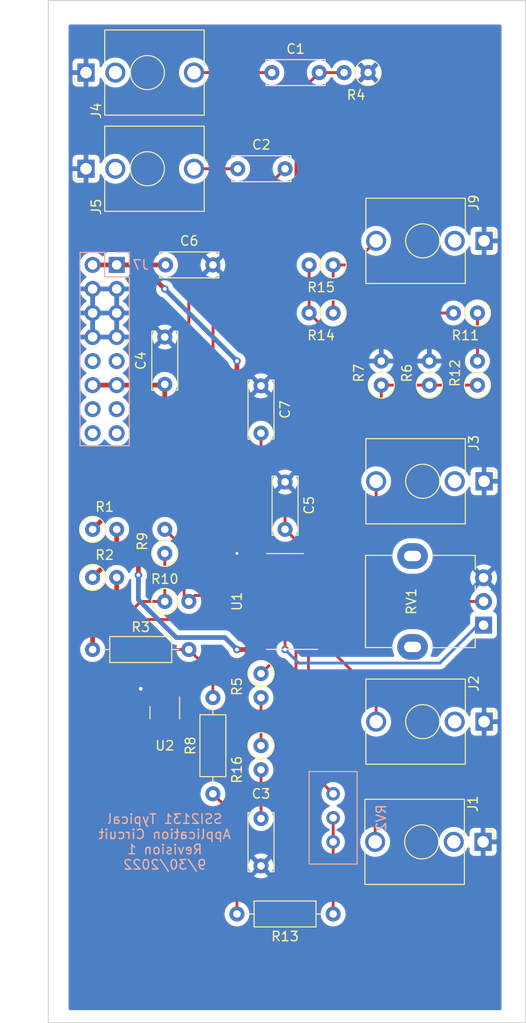
<source format=kicad_pcb>
(kicad_pcb (version 20211014) (generator pcbnew)
  (layers (0 "F.Cu" signal) (31 "B.Cu" power) (34 "B.Paste" user) (35 "F.Paste" user) (36 "B.SilkS" user "B.Silkscreen") (37 "F.SilkS" user "F.Silkscreen") (38 "B.Mask" user) (39 "F.Mask" user) (44 "Edge.Cuts" user))
  (net 0 "")
  (net 1 "Net-(C1-Pad1)")
  (net 2 "HardSync")
  (net 3 "SoftSync")
  (net 4 "Net-(C2-Pad2)")
  (net 5 "GND")
  (net 6 "Net-(C3-Pad2)")
  (net 7 "+5V")
  (net 8 "TCAP")
  (net 9 "-12V")
  (net 10 "Net-(R1-Pad2)")
  (net 11 "Net-(R2-Pad2)")
  (net 12 "VREF")
  (net 13 "BWComp")
  (net 14 "Net-(R16-Pad1)")
  (net 15 "HFTrack")
  (net 16 "Net-(R13-Pad2)")
  (net 17 "LinFreq")
  (net 18 "ExpoFreq")
  (net 23 "Net-(R13-Pad1)")
  (net 24 "ExpoScale")
  (net 25 "SawOut")
  (net 26 "PulseOut")
  (net 27 "TriOut")
  (net 28 "PWMCtrl")
  (net 29 "Net-(J9-PadT)")
  (net 30 "Net-(R11-Pad1)")
  (footprint "Capacitor_THT:C_Disc_D6.0mm_W2.5mm_P5.00mm" (layer "F.Cu") (at 114.3 86.36 90)
    (fp_text reference "C5" (at 2.54 2.54 90) (layer "F.SilkS"))
    (fp_text value "3.3 nF")
    (fp_line (start 5.62 -1.37) (end 5.62 -0.925) (layer "F.SilkS") (width 0.12))
    (fp_line (start -0.62 1.37) (end 5.62 1.37) (layer "F.SilkS") (width 0.12))
    (fp_line (start -0.62 -1.37) (end -0.62 -0.925) (layer "F.SilkS") (width 0.12))
    (fp_line (start -0.62 0.925) (end -0.62 1.37) (layer "F.SilkS") (width 0.12))
    (fp_line (start -0.62 -1.37) (end 5.62 -1.37) (layer "F.SilkS") (width 0.12))
    (fp_line (start 5.62 0.925) (end 5.62 1.37) (layer "F.SilkS") (width 0.12))
    (pad "1" thru_hole circle (at 0 0 90) (size 1.6 1.6) (drill 0.8) (layers *.Cu *.Mask) (net 8 "TCAP"))
    (pad "2" thru_hole circle (at 5 0 90) (size 1.6 1.6) (drill 0.8) (layers *.Cu *.Mask) (net 5 "GND"))
  )
  (footprint "Capacitor_THT:C_Disc_D6.0mm_W2.5mm_P5.00mm" (layer "F.Cu") (at 106.68 58.42 180)
    (fp_text reference "C6" (at 2.5 2.54) (layer "F.SilkS"))
    (fp_text value "0.1 uF")
    (fp_line (start -0.62 -1.37) (end 5.62 -1.37) (layer "F.SilkS") (width 0.12))
    (fp_line (start 5.62 -1.37) (end 5.62 -0.925) (layer "F.SilkS") (width 0.12))
    (fp_line (start 5.62 0.925) (end 5.62 1.37) (layer "F.SilkS") (width 0.12))
    (fp_line (start -0.62 0.925) (end -0.62 1.37) (layer "F.SilkS") (width 0.12))
    (fp_line (start -0.62 1.37) (end 5.62 1.37) (layer "F.SilkS") (width 0.12))
    (fp_line (start -0.62 -1.37) (end -0.62 -0.925) (layer "F.SilkS") (width 0.12))
    (pad "1" thru_hole circle (at 0 0 180) (size 1.6 1.6) (drill 0.8) (layers *.Cu *.Mask) (net 5 "GND"))
    (pad "2" thru_hole circle (at 5 0 180) (size 1.6 1.6) (drill 0.8) (layers *.Cu *.Mask) (net 9 "-12V"))
  )
  (footprint "Potentiometer_THT:Potentiometer_Alpha_RD901F-40-00D_Single_Vertical" (layer "F.Cu") (at 135.265 96.48 180)
    (fp_text reference "RV1" (at 7.62 2.5 90) (layer "F.SilkS"))
    (fp_text value "PWM Knob - 5 kOhms")
    (fp_line (start 0.88 7.37) (end 0.88 5.88) (layer "F.SilkS") (width 0.12))
    (fp_line (start 0.88 4.16) (end 0.88 3.33) (layer "F.SilkS") (width 0.12))
    (fp_line (start 0.88 -1.19) (end 0.88 -2.37) (layer "F.SilkS") (width 0.12))
    (fp_line (start 9.41 -2.37) (end 12.47 -2.37) (layer "F.SilkS") (width 0.12))
    (fp_line (start 9.41 7.37) (end 12.47 7.37) (layer "F.SilkS") (width 0.12))
    (fp_line (start 0.88 -2.38) (end 5.6 -2.38) (layer "F.SilkS") (width 0.12))
    (fp_line (start 0.88 7.37) (end 5.6 7.37) (layer "F.SilkS") (width 0.12))
    (fp_line (start 12.47 7.37) (end 12.47 -2.37) (layer "F.SilkS") (width 0.12))
    (fp_line (start 0.88 1.71) (end 0.88 1.18) (layer "F.SilkS") (width 0.12))
    (pad "" thru_hole oval (at 7.5 -2.3 270) (size 2.72 3.24) (drill oval 1.1 1.8) (layers *.Cu *.Mask))
    (pad "" thru_hole oval (at 7.5 7.3 270) (size 2.72 3.24) (drill oval 1.1 1.8) (layers *.Cu *.Mask))
    (pad "1" thru_hole rect (at 0 0 270) (size 1.8 1.8) (drill 1) (layers *.Cu *.Mask) (net 12 "VREF"))
    (pad "2" thru_hole circle (at 0 2.5 270) (size 1.8 1.8) (drill 1) (layers *.Cu *.Mask) (net 28 "PWMCtrl"))
    (pad "3" thru_hole circle (at 0 5 270) (size 1.8 1.8) (drill 1) (layers *.Cu *.Mask) (net 5 "GND"))
  )
  (footprint "Resistor_THT:R_Axial_DIN0207_L6.3mm_D2.5mm_P2.54mm_Vertical" (layer "F.Cu") (at 123.07 38.1 180)
    (fp_text reference "R4" (at 1.27 -2.37) (layer "F.SilkS"))
    (fp_text value "10 kOhms")
    (fp_line (start 1.37 0) (end 1.44 0) (layer "F.SilkS") (width 0.12))
    (fp_circle (center 0 0) (end 1.37 0) (layer "F.SilkS") (width 0.12) (fill none))
    (pad "1" thru_hole circle (at 0 0 180) (size 1.6 1.6) (drill 0.8) (layers *.Cu *.Mask) (net 5 "GND"))
    (pad "2" thru_hole oval (at 2.54 0 180) (size 1.6 1.6) (drill 0.8) (layers *.Cu *.Mask) (net 2 "HardSync"))
  )
  (footprint "Resistor_THT:R_Axial_DIN0207_L6.3mm_D2.5mm_P2.54mm_Vertical" (layer "F.Cu") (at 101.6 93.98)
    (fp_text reference "R10" (at 0 -2.37) (layer "F.SilkS"))
    (fp_text value "1 MOhms")
    (fp_line (start 1.37 0) (end 1.44 0) (layer "F.SilkS") (width 0.12))
    (fp_circle (center 0 0) (end 1.37 0) (layer "F.SilkS") (width 0.12) (fill none))
    (pad "1" thru_hole circle (at 0 0) (size 1.6 1.6) (drill 0.8) (layers *.Cu *.Mask) (net 12 "VREF"))
    (pad "2" thru_hole oval (at 2.54 0) (size 1.6 1.6) (drill 0.8) (layers *.Cu *.Mask) (net 17 "LinFreq"))
  )
  (footprint "Resistor_THT:R_Axial_DIN0207_L6.3mm_D2.5mm_P2.54mm_Vertical" (layer "F.Cu") (at 134.62 63.5 180)
    (fp_text reference "R11" (at 1.27 -2.37) (layer "F.SilkS"))
    (fp_text value "220 kOhms")
    (fp_line (start 1.37 0) (end 1.44 0) (layer "F.SilkS") (width 0.12))
    (fp_circle (center 0 0) (end 1.37 0) (layer "F.SilkS") (width 0.12) (fill none))
    (pad "1" thru_hole circle (at 0 0 180) (size 1.6 1.6) (drill 0.8) (layers *.Cu *.Mask) (net 30 "Net-(R11-Pad1)"))
    (pad "2" thru_hole oval (at 2.54 0 180) (size 1.6 1.6) (drill 0.8) (layers *.Cu *.Mask) (net 18 "ExpoFreq"))
  )
  (footprint "Resistor_THT:R_Axial_DIN0207_L6.3mm_D2.5mm_P2.54mm_Vertical" (layer "F.Cu") (at 111.76 101.6 -90)
    (fp_text reference "R5" (at 1.37 2.54 90) (layer "F.SilkS"))
    (fp_text value "220 Ohms")
    (fp_line (start 1.37 0) (end 1.44 0) (layer "F.SilkS") (width 0.12))
    (fp_circle (center 0 0) (end 1.37 0) (layer "F.SilkS") (width 0.12) (fill none))
    (pad "1" thru_hole circle (at 0 0 270) (size 1.6 1.6) (drill 0.8) (layers *.Cu *.Mask) (net 13 "BWComp"))
    (pad "2" thru_hole oval (at 2.54 0 270) (size 1.6 1.6) (drill 0.8) (layers *.Cu *.Mask) (net 14 "Net-(R16-Pad1)"))
  )
  (footprint "Connector_Audio:Jack_3.5mm_QingPu_WQP-PJ398SM_Vertical_CircularHoles" (layer "F.Cu") (at 135.32 81.28 -90)
    (fp_text reference "J3" (at -4.03 1.08 90) (layer "F.SilkS"))
    (fp_text value "Tri Out")
    (fp_line (start -0.8 12.48) (end -4.5 12.48) (layer "F.SilkS") (width 0.12))
    (fp_line (start -0.72 1.98) (end -4.5 1.98) (layer "F.SilkS") (width 0.12))
    (fp_line (start 4.5 12.48) (end 0.8 12.48) (layer "F.SilkS") (width 0.12))
    (fp_line (start 4.5 1.98) (end 4.5 12.48) (layer "F.SilkS") (width 0.12))
    (fp_line (start 4.5 1.98) (end 0.72 1.98) (layer "F.SilkS") (width 0.12))
    (fp_line (start -1.23 -1.17) (end -1.23 -0.37) (layer "F.SilkS") (width 0.12))
    (fp_line (start -1.23 -1.17) (end -0.37 -1.17) (layer "F.SilkS") (width 0.12))
    (fp_line (start -4.5 1.98) (end -4.5 12.48) (layer "F.SilkS") (width 0.12))
    (fp_circle (center 0 6.48) (end 1.8 6.48) (layer "F.SilkS") (width 0.12) (fill none))
    (pad "S" thru_hole rect (at 0 0 90) (size 1.93 1.83) (drill 1.22) (layers *.Cu *.Mask) (net 5 "GND"))
    (pad "T" thru_hole circle (at 0 11.4 90) (size 2.13 2.13) (drill 1.43) (layers *.Cu *.Mask) (net 27 "TriOut"))
    (pad "TN" thru_hole circle (at 0 3.1 90) (size 2.13 2.13) (drill 1.42) (layers *.Cu *.Mask))
  )
  (footprint "Resistor_THT:R_Axial_DIN0207_L6.3mm_D2.5mm_P2.54mm_Vertical" (layer "F.Cu") (at 93.98 86.36)
    (fp_text reference "R1" (at 1.27 -2.37) (layer "F.SilkS"))
    (fp_text value "4.7 kOhms")
    (fp_line (start 1.37 0) (end 1.44 0) (layer "F.SilkS") (width 0.12))
    (fp_circle (center 0 0) (end 1.37 0) (layer "F.SilkS") (width 0.12) (fill none))
    (pad "1" thru_hole circle (at 0 0) (size 1.6 1.6) (drill 0.8) (layers *.Cu *.Mask) (net 7 "+5V"))
    (pad "2" thru_hole oval (at 2.54 0) (size 1.6 1.6) (drill 0.8) (layers *.Cu *.Mask) (net 10 "Net-(R1-Pad2)"))
  )
  (footprint "Connector_Audio:Jack_3.5mm_QingPu_WQP-PJ398SM_Vertical_CircularHoles" (layer "F.Cu") (at 93.28 38.1 90)
    (fp_text reference "J4" (at -4.03 1.08 90) (layer "F.SilkS"))
    (fp_text value "Hard Sync")
    (fp_line (start -0.72 1.98) (end -4.5 1.98) (layer "F.SilkS") (width 0.12))
    (fp_line (start 4.5 1.98) (end 0.72 1.98) (layer "F.SilkS") (width 0.12))
    (fp_line (start -1.23 -1.17) (end -0.37 -1.17) (layer "F.SilkS") (width 0.12))
    (fp_line (start -1.23 -1.17) (end -1.23 -0.37) (layer "F.SilkS") (width 0.12))
    (fp_line (start -0.8 12.48) (end -4.5 12.48) (layer "F.SilkS") (width 0.12))
    (fp_line (start 4.5 12.48) (end 0.8 12.48) (layer "F.SilkS") (width 0.12))
    (fp_line (start 4.5 1.98) (end 4.5 12.48) (layer "F.SilkS") (width 0.12))
    (fp_line (start -4.5 1.98) (end -4.5 12.48) (layer "F.SilkS") (width 0.12))
    (fp_circle (center 0 6.48) (end 1.8 6.48) (layer "F.SilkS") (width 0.12) (fill none))
    (pad "S" thru_hole rect (at 0 0 270) (size 1.93 1.83) (drill 1.22) (layers *.Cu *.Mask) (net 5 "GND"))
    (pad "T" thru_hole circle (at 0 11.4 270) (size 2.13 2.13) (drill 1.43) (layers *.Cu *.Mask) (net 1 "Net-(C1-Pad1)"))
    (pad "TN" thru_hole circle (at 0 3.1 270) (size 2.13 2.13) (drill 1.42) (layers *.Cu *.Mask))
  )
  (footprint "Resistor_THT:R_Axial_DIN0207_L6.3mm_D2.5mm_P10.16mm_Horizontal" (layer "F.Cu") (at 106.68 114.3 90)
    (fp_text reference "R8" (at 5.08 -2.37 90) (layer "F.SilkS"))
    (fp_text value "22 kOhms")
    (fp_line (start 8.35 -1.37) (end 1.81 -1.37) (layer "F.SilkS") (width 0.12))
    (fp_line (start 1.04 0) (end 1.81 0) (layer "F.SilkS") (width 0.12))
    (fp_line (start 1.81 1.37) (end 8.35 1.37) (layer "F.SilkS") (width 0.12))
    (fp_line (start 9.12 0) (end 8.35 0) (layer "F.SilkS") (width 0.12))
    (fp_line (start 1.81 -1.37) (end 1.81 1.37) (layer "F.SilkS") (width 0.12))
    (fp_line (start 8.35 1.37) (end 8.35 -1.37) (layer "F.SilkS") (width 0.12))
    (pad "1" thru_hole circle (at 0 0 90) (size 1.6 1.6) (drill 0.8) (layers *.Cu *.Mask) (net 16 "Net-(R13-Pad2)"))
    (pad "2" thru_hole oval (at 10.16 0 90) (size 1.6 1.6) (drill 0.8) (layers *.Cu *.Mask) (net 12 "VREF"))
  )
  (footprint "Capacitor_THT:C_Disc_D6.0mm_W2.5mm_P5.00mm" (layer "F.Cu") (at 111.76 76.2 90)
    (fp_text reference "C7" (at 2.5 2.54 90) (layer "F.SilkS"))
    (fp_text value "680 pF")
    (fp_line (start -0.62 -1.37) (end 5.62 -1.37) (layer "F.SilkS") (width 0.12))
    (fp_line (start -0.62 1.37) (end 5.62 1.37) (layer "F.SilkS") (width 0.12))
    (fp_line (start -0.62 0.925) (end -0.62 1.37) (layer "F.SilkS") (width 0.12))
    (fp_line (start 5.62 0.925) (end 5.62 1.37) (layer "F.SilkS") (width 0.12))
    (fp_line (start 5.62 -1.37) (end 5.62 -0.925) (layer "F.SilkS") (width 0.12))
    (fp_line (start -0.62 -1.37) (end -0.62 -0.925) (layer "F.SilkS") (width 0.12))
    (pad "1" thru_hole circle (at 0 0 90) (size 1.6 1.6) (drill 0.8) (layers *.Cu *.Mask) (net 8 "TCAP"))
    (pad "2" thru_hole circle (at 5 0 90) (size 1.6 1.6) (drill 0.8) (layers *.Cu *.Mask) (net 5 "GND"))
  )
  (footprint "Connector_Audio:Jack_3.5mm_QingPu_WQP-PJ398SM_Vertical_CircularHoles" (layer "F.Cu") (at 93.28 48.26 90)
    (fp_text reference "J5" (at -4.03 1.08 90) (layer "F.SilkS"))
    (fp_text value "Soft Sync")
    (fp_line (start -0.8 12.48) (end -4.5 12.48) (layer "F.SilkS") (width 0.12))
    (fp_line (start 4.5 12.48) (end 0.8 12.48) (layer "F.SilkS") (width 0.12))
    (fp_line (start -1.23 -1.17) (end -1.23 -0.37) (layer "F.SilkS") (width 0.12))
    (fp_line (start 4.5 1.98) (end 0.72 1.98) (layer "F.SilkS") (width 0.12))
    (fp_line (start 4.5 1.98) (end 4.5 12.48) (layer "F.SilkS") (width 0.12))
    (fp_line (start -4.5 1.98) (end -4.5 12.48) (layer "F.SilkS") (width 0.12))
    (fp_line (start -0.72 1.98) (end -4.5 1.98) (layer "F.SilkS") (width 0.12))
    (fp_line (start -1.23 -1.17) (end -0.37 -1.17) (layer "F.SilkS") (width 0.12))
    (fp_circle (center 0 6.48) (end 1.8 6.48) (layer "F.SilkS") (width 0.12) (fill none))
    (pad "S" thru_hole rect (at 0 0 270) (size 1.93 1.83) (drill 1.22) (layers *.Cu *.Mask) (net 5 "GND"))
    (pad "T" thru_hole circle (at 0 11.4 270) (size 2.13 2.13) (drill 1.43) (layers *.Cu *.Mask) (net 4 "Net-(C2-Pad2)"))
    (pad "TN" thru_hole circle (at 0 3.1 270) (size 2.13 2.13) (drill 1.42) (layers *.Cu *.Mask))
  )
  (footprint "Resistor_THT:R_Axial_DIN0207_L6.3mm_D2.5mm_P2.54mm_Vertical" (layer "F.Cu") (at 134.62 71.12 90)
    (fp_text reference "R12" (at 1.27 -2.37 90) (layer "F.SilkS"))
    (fp_text value "47 kOhms")
    (fp_line (start 1.37 0) (end 1.44 0) (layer "F.SilkS") (width 0.12))
    (fp_circle (center 0 0) (end 1.37 0) (layer "F.SilkS") (width 0.12) (fill none))
    (pad "1" thru_hole circle (at 0 0 90) (size 1.6 1.6) (drill 0.8) (layers *.Cu *.Mask) (net 15 "HFTrack"))
    (pad "2" thru_hole oval (at 2.54 0 90) (size 1.6 1.6) (drill 0.8) (layers *.Cu *.Mask) (net 30 "Net-(R11-Pad1)"))
  )
  (footprint "Resistor_THT:R_Axial_DIN0207_L6.3mm_D2.5mm_P2.54mm_Vertical" (layer "F.Cu") (at 124.46 71.12 90)
    (fp_text reference "R7" (at 1.27 -2.37 90) (layer "F.SilkS"))
    (fp_text value "47 kOhms")
    (fp_line (start 1.37 0) (end 1.44 0) (layer "F.SilkS") (width 0.12))
    (fp_circle (center 0 0) (end 1.37 0) (layer "F.SilkS") (width 0.12) (fill none))
    (pad "1" thru_hole circle (at 0 0 90) (size 1.6 1.6) (drill 0.8) (layers *.Cu *.Mask) (net 15 "HFTrack"))
    (pad "2" thru_hole oval (at 2.54 0 90) (size 1.6 1.6) (drill 0.8) (layers *.Cu *.Mask) (net 5 "GND"))
  )
  (footprint "Resistor_THT:R_Axial_DIN0207_L6.3mm_D2.5mm_P10.16mm_Horizontal" (layer "F.Cu") (at 93.98 99.06)
    (fp_text reference "R3" (at 5.08 -2.37) (layer "F.SilkS"))
    (fp_text value "1 kOhms")
    (fp_line (start 1.04 0) (end 1.81 0) (layer "F.SilkS") (width 0.12))
    (fp_line (start 1.81 -1.37) (end 1.81 1.37) (layer "F.SilkS") (width 0.12))
    (fp_line (start 8.35 -1.37) (end 1.81 -1.37) (layer "F.SilkS") (width 0.12))
    (fp_line (start 9.12 0) (end 8.35 0) (layer "F.SilkS") (width 0.12))
    (fp_line (start 8.35 1.37) (end 8.35 -1.37) (layer "F.SilkS") (width 0.12))
    (fp_line (start 1.81 1.37) (end 8.35 1.37) (layer "F.SilkS") (width 0.12))
    (pad "1" thru_hole circle (at 0 0) (size 1.6 1.6) (drill 0.8) (layers *.Cu *.Mask) (net 11 "Net-(R2-Pad2)"))
    (pad "2" thru_hole oval (at 10.16 0) (size 1.6 1.6) (drill 0.8) (layers *.Cu *.Mask) (net 12 "VREF"))
  )
  (footprint "Resistor_THT:R_Axial_DIN0207_L6.3mm_D2.5mm_P2.54mm_Vertical" (layer "F.Cu") (at 129.54 71.12 90)
    (fp_text reference "R6" (at 1.27 -2.37 90) (layer "F.SilkS"))
    (fp_text value "4.7 kOhms")
    (fp_line (start 1.37 0) (end 1.44 0) (layer "F.SilkS") (width 0.12))
    (fp_circle (center 0 0) (end 1.37 0) (layer "F.SilkS") (width 0.12) (fill none))
    (pad "1" thru_hole circle (at 0 0 90) (size 1.6 1.6) (drill 0.8) (layers *.Cu *.Mask) (net 15 "HFTrack"))
    (pad "2" thru_hole oval (at 2.54 0 90) (size 1.6 1.6) (drill 0.8) (layers *.Cu *.Mask) (net 5 "GND"))
  )
  (footprint "Resistor_THT:R_Axial_DIN0207_L6.3mm_D2.5mm_P2.54mm_Vertical" (layer "F.Cu") (at 93.98 91.44)
    (fp_text reference "R2" (at 1.27 -2.37) (layer "F.SilkS"))
    (fp_text value "2.2 kOhms")
    (fp_line (start 1.37 0) (end 1.44 0) (layer "F.SilkS") (width 0.12))
    (fp_circle (center 0 0) (end 1.37 0) (layer "F.SilkS") (width 0.12) (fill none))
    (pad "1" thru_hole circle (at 0 0) (size 1.6 1.6) (drill 0.8) (layers *.Cu *.Mask) (net 10 "Net-(R1-Pad2)"))
    (pad "2" thru_hole oval (at 2.54 0) (size 1.6 1.6) (drill 0.8) (layers *.Cu *.Mask) (net 11 "Net-(R2-Pad2)"))
  )
  (footprint "Capacitor_THT:C_Disc_D6.0mm_W2.5mm_P5.00mm" (layer "F.Cu") (at 101.6 66.04 -90)
    (fp_text reference "C4" (at 2.5 2.54 90) (layer "F.SilkS"))
    (fp_text value "0.1 uF")
    (fp_line (start -0.62 0.925) (end -0.62 1.37) (layer "F.SilkS") (width 0.12))
    (fp_line (start -0.62 1.37) (end 5.62 1.37) (layer "F.SilkS") (width 0.12))
    (fp_line (start 5.62 -1.37) (end 5.62 -0.925) (layer "F.SilkS") (width 0.12))
    (fp_line (start -0.62 -1.37) (end 5.62 -1.37) (layer "F.SilkS") (width 0.12))
    (fp_line (start 5.62 0.925) (end 5.62 1.37) (layer "F.SilkS") (width 0.12))
    (fp_line (start -0.62 -1.37) (end -0.62 -0.925) (layer "F.SilkS") (width 0.12))
    (pad "1" thru_hole circle (at 0 0 270) (size 1.6 1.6) (drill 0.8) (layers *.Cu *.Mask) (net 5 "GND"))
    (pad "2" thru_hole circle (at 5 0 270) (size 1.6 1.6) (drill 0.8) (layers *.Cu *.Mask) (net 7 "+5V"))
  )
  (footprint "Resistor_THT:R_Axial_DIN0207_L6.3mm_D2.5mm_P2.54mm_Vertical" (layer "F.Cu") (at 119.38 63.5 180)
    (fp_text reference "R14" (at 1.27 -2.37 180) (layer "F.SilkS"))
    (fp_text value "100 kOhms")
    (fp_line (start 1.37 0) (end 1.44 0) (layer "F.SilkS") (width 0.12))
    (fp_circle (center 0 0) (end 1.37 0) (layer "F.SilkS") (width 0.12) (fill none))
    (pad "1" thru_hole circle (at 0 0 180) (size 1.6 1.6) (drill 0.8) (layers *.Cu *.Mask) (net 29 "Net-(J9-PadT)"))
    (pad "2" thru_hole oval (at 2.54 0 180) (size 1.6 1.6) (drill 0.8) (layers *.Cu *.Mask) (net 18 "ExpoFreq"))
  )
  (footprint "Capacitor_THT:C_Disc_D6.0mm_W2.5mm_P5.00mm" (layer "F.Cu") (at 111.76 121.92 90)
    (fp_text reference "C3" (at 7.62 0 180) (layer "F.SilkS"))
    (fp_text value "10 nF")
    (fp_line (start -0.62 1.37) (end 5.62 1.37) (layer "F.SilkS") (width 0.12))
    (fp_line (start 5.62 -1.37) (end 5.62 -0.925) (layer "F.SilkS") (width 0.12))
    (fp_line (start 5.62 0.925) (end 5.62 1.37) (layer "F.SilkS") (width 0.12))
    (fp_line (start -0.62 -1.37) (end 5.62 -1.37) (layer "F.SilkS") (width 0.12))
    (fp_line (start -0.62 -1.37) (end -0.62 -0.925) (layer "F.SilkS") (width 0.12))
    (fp_line (start -0.62 0.925) (end -0.62 1.37) (layer "F.SilkS") (width 0.12))
    (pad "1" thru_hole circle (at 0 0 90) (size 1.6 1.6) (drill 0.8) (layers *.Cu *.Mask) (net 5 "GND"))
    (pad "2" thru_hole circle (at 5 0 90) (size 1.6 1.6) (drill 0.8) (layers *.Cu *.Mask) (net 6 "Net-(C3-Pad2)"))
  )
  (footprint "Package_SO:SOIC-16_3.9x9.9mm_P1.27mm" (layer "F.Cu") (at 114.3 93.98 180)
    (fp_text reference "U1" (at 5.08 0 90) (layer "F.SilkS"))
    (fp_text value "SSI2131")
    (fp_line (start 0 -5.06) (end 1.95 -5.06) (layer "F.SilkS") (width 0.12))
    (fp_line (start 0 -5.06) (end -3.45 -5.06) (layer "F.SilkS") (width 0.12))
    (fp_line (start 0 5.06) (end -1.95 5.06) (layer "F.SilkS") (width 0.12))
    (fp_line (start 0 5.06) (end 1.95 5.06) (layer "F.SilkS") (width 0.12))
    (pad "1" smd roundrect (at -2.475 -4.445 180) (size 1.95 0.6) (layers "F.Cu" "F.Paste" "F.Mask") (net 25 "SawOut"))
    (pad "2" smd roundrect (at -2.475 -3.175 180) (size 1.95 0.6) (layers "F.Cu" "F.Paste" "F.Mask") (net 26 "PulseOut"))
    (pad "3" smd roundrect (at -2.475 -1.905 180) (size 1.95 0.6) (layers "F.Cu" "F.Paste" "F.Mask") (net 28 "PWMCtrl"))
    (pad "4" smd roundrect (at -2.475 -0.635 180) (size 1.95 0.6) (layers "F.Cu" "F.Paste" "F.Mask") (net 27 "TriOut"))
    (pad "5" smd roundrect (at -2.475 0.635 180) (size 1.95 0.6) (layers "F.Cu" "F.Paste" "F.Mask") (net 15 "HFTrack"))
    (pad "6" smd roundrect (at -2.475 1.905 180) (size 1.95 0.6) (layers "F.Cu" "F.Paste" "F.Mask") (net 18 "ExpoFreq"))
    (pad "7" smd roundrect (at -2.475 3.175 180) (size 1.95 0.6) (layers "F.Cu" "F.Paste" "F.Mask") (net 9 "-12V"))
    (pad "8" smd roundrect (at -2.475 4.445 180) (size 1.95 0.6) (layers "F.Cu" "F.Paste" "F.Mask") (net 8 "TCAP"))
    (pad "9" smd roundrect (at 2.475 4.445 180) (size 1.95 0.6) (layers "F.Cu" "F.Paste" "F.Mask") (net 5 "GND"))
    (pad "10" smd roundrect (at 2.475 3.175 180) (size 1.95 0.6) (layers "F.Cu" "F.Paste" "F.Mask") (net 2 "HardSync"))
    (pad "11" smd roundrect (at 2.475 1.905 180) (size 1.95 0.6) (layers "F.Cu" "F.Paste" "F.Mask") (net 3 "SoftSync"))
    (pad "12" smd roundrect (at 2.475 0.635 180) (size 1.95 0.6) (layers "F.Cu" "F.Paste" "F.Mask") (net 17 "LinFreq"))
    (pad "13" smd roundrect (at 2.475 -0.635 180) (size 1.95 0.6) (layers "F.Cu" "F.Paste" "F.Mask") (net 24 "ExpoScale"))
    (pad "14" smd roundrect (at 2.475 -1.905 180) (size 1.95 0.6) (layers "F.Cu" "F.Paste" "F.Mask") (net 12 "VREF"))
    (pad "15" smd roundrect (at 2.475 -3.175 180) (size 1.95 0.6) (layers "F.Cu" "F.Paste" "F.Mask") (net 13 "BWComp"))
    (pad "16" smd roundrect (at 2.475 -4.445 180) (size 1.95 0.6) (layers "F.Cu" "F.Paste" "F.Mask") (net 7 "+5V"))
  )
  (footprint "Resistor_THT:R_Axial_DIN0207_L6.3mm_D2.5mm_P2.54mm_Vertical" (layer "F.Cu") (at 119.38 58.42 180)
    (fp_text reference "R15" (at 1.27 -2.37 180) (layer "F.SilkS"))
    (fp_text value "100 kOhms")
    (fp_line (start 1.37 0) (end 1.44 0) (layer "F.SilkS") (width 0.12))
    (fp_circle (center 0 0) (end 1.37 0) (layer "F.SilkS") (width 0.12) (fill none))
    (pad "1" thru_hole circle (at 0 0 180) (size 1.6 1.6) (drill 0.8) (layers *.Cu *.Mask) (net 29 "Net-(J9-PadT)"))
    (pad "2" thru_hole oval (at 2.54 0 180) (size 1.6 1.6) (drill 0.8) (layers *.Cu *.Mask) (net 18 "ExpoFreq"))
  )
  (footprint "Capacitor_THT:C_Disc_D6.0mm_W2.5mm_P5.00mm" (layer "F.Cu") (at 114.3 48.26 180)
    (fp_text reference "C2" (at 2.5 2.54 180) (layer "F.SilkS"))
    (fp_text value "10 nF")
    (fp_line (start -0.62 -1.37) (end 5.62 -1.37) (layer "F.SilkS") (width 0.12))
    (fp_line (start -0.62 1.37) (end 5.62 1.37) (layer "F.SilkS") (width 0.12))
    (fp_line (start 5.62 -1.37) (end 5.62 -0.925) (layer "F.SilkS") (width 0.12))
    (fp_line (start -0.62 -1.37) (end -0.62 -0.925) (layer "F.SilkS") (width 0.12))
    (fp_line (start 5.62 0.925) (end 5.62 1.37) (layer "F.SilkS") (width 0.12))
    (fp_line (start -0.62 0.925) (end -0.62 1.37) (layer "F.SilkS") (width 0.12))
    (pad "1" thru_hole circle (at 0 0 180) (size 1.6 1.6) (drill 0.8) (layers *.Cu *.Mask) (net 3 "SoftSync"))
    (pad "2" thru_hole circle (at 5 0 180) (size 1.6 1.6) (drill 0.8) (layers *.Cu *.Mask) (net 4 "Net-(C2-Pad2)"))
  )
  (footprint "Connector_Audio:Jack_3.5mm_QingPu_WQP-PJ398SM_Vertical_CircularHoles" (layer "F.Cu") (at 135.215 119.38 -90)
    (fp_text reference "J1" (at -4.03 1.08 90) (layer "F.SilkS"))
    (fp_text value "Saw Out")
    (fp_line (start -1.23 -1.17) (end -0.37 -1.17) (layer "F.SilkS") (width 0.12))
    (fp_line (start -4.5 1.98) (end -4.5 12.48) (layer "F.SilkS") (width 0.12))
    (fp_line (start 4.5 1.98) (end 0.72 1.98) (layer "F.SilkS") (width 0.12))
    (fp_line (start 4.5 1.98) (end 4.5 12.48) (layer "F.SilkS") (width 0.12))
    (fp_line (start 4.5 12.48) (end 0.8 12.48) (layer "F.SilkS") (width 0.12))
    (fp_line (start -0.8 12.48) (end -4.5 12.48) (layer "F.SilkS") (width 0.12))
    (fp_line (start -0.72 1.98) (end -4.5 1.98) (layer "F.SilkS") (width 0.12))
    (fp_line (start -1.23 -1.17) (end -1.23 -0.37) (layer "F.SilkS") (width 0.12))
    (fp_circle (center 0 6.48) (end 1.8 6.48) (layer "F.SilkS") (width 0.12) (fill none))
    (pad "S" thru_hole rect (at 0 0 90) (size 1.93 1.83) (drill 1.22) (layers *.Cu *.Mask) (net 5 "GND"))
    (pad "T" thru_hole circle (at 0 11.4 90) (size 2.13 2.13) (drill 1.43) (layers *.Cu *.Mask) (net 25 "SawOut"))
    (pad "TN" thru_hole circle (at 0 3.1 90) (size 2.13 2.13) (drill 1.42) (layers *.Cu *.Mask))
  )
  (footprint "Resistor_THT:R_Axial_DIN0207_L6.3mm_D2.5mm_P2.54mm_Vertical" (layer "F.Cu") (at 111.76 109.22 -90)
    (fp_text reference "R16" (at 2.54 2.54 90) (layer "F.SilkS"))
    (fp_text value "47 Ohms")
    (fp_line (start 1.37 0) (end 1.44 0) (layer "F.SilkS") (width 0.12))
    (fp_circle (center 0 0) (end 1.37 0) (layer "F.SilkS") (width 0.12) (fill none))
    (pad "1" thru_hole circle (at 0 0 270) (size 1.6 1.6) (drill 0.8) (layers *.Cu *.Mask) (net 14 "Net-(R16-Pad1)"))
    (pad "2" thru_hole oval (at 2.54 0 270) (size 1.6 1.6) (drill 0.8) (layers *.Cu *.Mask) (net 6 "Net-(C3-Pad2)"))
  )
  (footprint "Resistor_THT:R_Axial_DIN0207_L6.3mm_D2.5mm_P2.54mm_Vertical" (layer "F.Cu") (at 101.6 88.9 90)
    (fp_text reference "R9" (at 1.27 -2.37 90) (layer "F.SilkS"))
    (fp_text value "1 MOhms")
    (fp_line (start 1.37 0) (end 1.44 0) (layer "F.SilkS") (width 0.12))
    (fp_circle (center 0 0) (end 1.37 0) (layer "F.SilkS") (width 0.12) (fill none))
    (pad "1" thru_hole circle (at 0 0 90) (size 1.6 1.6) (drill 0.8) (layers *.Cu *.Mask) (net 12 "VREF"))
    (pad "2" thru_hole oval (at 2.54 0 90) (size 1.6 1.6) (drill 0.8) (layers *.Cu *.Mask) (net 17 "LinFreq"))
  )
  (footprint "Capacitor_THT:C_Disc_D6.0mm_W2.5mm_P5.00mm" (layer "F.Cu") (at 112.91 38.1)
    (fp_text reference "C1" (at 2.5 -2.5) (layer "F.SilkS"))
    (fp_text value "10 nF")
    (fp_line (start 5.62 0.925) (end 5.62 1.37) (layer "F.SilkS") (width 0.12))
    (fp_line (start -0.62 -1.37) (end 5.62 -1.37) (layer "F.SilkS") (width 0.12))
    (fp_line (start -0.62 0.925) (end -0.62 1.37) (layer "F.SilkS") (width 0.12))
    (fp_line (start -0.62 -1.37) (end -0.62 -0.925) (layer "F.SilkS") (width 0.12))
    (fp_line (start 5.62 -1.37) (end 5.62 -0.925) (layer "F.SilkS") (width 0.12))
    (fp_line (start -0.62 1.37) (end 5.62 1.37) (layer "F.SilkS") (width 0.12))
    (pad "1" thru_hole circle (at 0 0) (size 1.6 1.6) (drill 0.8) (layers *.Cu *.Mask) (net 1 "Net-(C1-Pad1)"))
    (pad "2" thru_hole circle (at 5 0) (size 1.6 1.6) (drill 0.8) (layers *.Cu *.Mask) (net 2 "HardSync"))
  )
  (footprint "Resistor_THT:R_Axial_DIN0207_L6.3mm_D2.5mm_P10.16mm_Horizontal" (layer "F.Cu") (at 119.38 127 180)
    (fp_text reference "R13" (at 5.08 -2.37) (layer "F.SilkS"))
    (fp_text value "100 Ohms")
    (fp_line (start 1.81 -1.37) (end 1.81 1.37) (layer "F.SilkS") (width 0.12))
    (fp_line (start 1.04 0) (end 1.81 0) (layer "F.SilkS") (width 0.12))
    (fp_line (start 1.81 1.37) (end 8.35 1.37) (layer "F.SilkS") (width 0.12))
    (fp_line (start 8.35 1.37) (end 8.35 -1.37) (layer "F.SilkS") (width 0.12))
    (fp_line (start 8.35 -1.37) (end 1.81 -1.37) (layer "F.SilkS") (width 0.12))
    (fp_line (start 9.12 0) (end 8.35 0) (layer "F.SilkS") (width 0.12))
    (pad "1" thru_hole circle (at 0 0 180) (size 1.6 1.6) (drill 0.8) (layers *.Cu *.Mask) (net 23 "Net-(R13-Pad1)"))
    (pad "2" thru_hole oval (at 10.16 0 180) (size 1.6 1.6) (drill 0.8) (layers *.Cu *.Mask) (net 16 "Net-(R13-Pad2)"))
  )
  (footprint "Connector_Audio:Jack_3.5mm_QingPu_WQP-PJ398SM_Vertical_CircularHoles" (layer "F.Cu") (at 135.32 106.68 -90)
    (fp_text reference "J2" (at -4.03 1.08 90) (layer "F.SilkS"))
    (fp_text value "Pulse Out")
    (fp_line (start -0.8 12.48) (end -4.5 12.48) (layer "F.SilkS") (width 0.12))
    (fp_line (start -0.72 1.98) (end -4.5 1.98) (layer "F.SilkS") (width 0.12))
    (fp_line (start -1.23 -1.17) (end -0.37 -1.17) (layer "F.SilkS") (width 0.12))
    (fp_line (start 4.5 12.48) (end 0.8 12.48) (layer "F.SilkS") (width 0.12))
    (fp_line (start 4.5 1.98) (end 0.72 1.98) (layer "F.SilkS") (width 0.12))
    (fp_line (start -1.23 -1.17) (end -1.23 -0.37) (layer "F.SilkS") (width 0.12))
    (fp_line (start 4.5 1.98) (end 4.5 12.48) (layer "F.SilkS") (width 0.12))
    (fp_line (start -4.5 1.98) (end -4.5 12.48) (layer "F.SilkS") (width 0.12))
    (fp_circle (center 0 6.48) (end 1.8 6.48) (layer "F.SilkS") (width 0.12) (fill none))
    (pad "S" thru_hole rect (at 0 0 90) (size 1.93 1.83) (drill 1.22) (layers *.Cu *.Mask) (net 5 "GND"))
    (pad "T" thru_hole circle (at 0 11.4 90) (size 2.13 2.13) (drill 1.43) (layers *.Cu *.Mask) (net 26 "PulseOut"))
    (pad "TN" thru_hole circle (at 0 3.1 90) (size 2.13 2.13) (drill 1.42) (layers *.Cu *.Mask))
  )
  (footprint "Package_TO_SOT_SMD:SOT-23" (layer "F.Cu") (at 101.6 105.7425 -90)
    (fp_text reference "U2" (at 3.4775 0 180) (layer "F.SilkS"))
    (fp_text value "LM4040DBZ-2.5")
    (fp_line (start 0 -1.56) (end 0.65 -1.56) (layer "F.SilkS") (width 0.12))
    (fp_line (start 0 -1.56) (end -1.675 -1.56) (layer "F.SilkS") (width 0.12))
    (fp_line (start 0 1.56) (end 0.65 1.56) (layer "F.SilkS") (width 0.12))
    (fp_line (start 0 1.56) (end -0.65 1.56) (layer "F.SilkS") (width 0.12))
    (pad "1" smd roundrect (at -0.9375 -0.95 270) (size 1.475 0.6) (layers "F.Cu" "F.Paste" "F.Mask") (net 12 "VREF"))
    (pad "2" smd roundrect (at -0.9375 0.95 270) (size 1.475 0.6) (layers "F.Cu" "F.Paste" "F.Mask") (net 5 "GND"))
    (pad "3" smd roundrect (at 0.9375 0 270) (size 1.475 0.6) (layers "F.Cu" "F.Paste" "F.Mask"))
  )
  (footprint "Connector_Audio:Jack_3.5mm_QingPu_WQP-PJ398SM_Vertical_CircularHoles" (layer "F.Cu") (at 135.32 55.88 -90)
    (fp_text reference "J9" (at -4.03 1.08 90) (layer "F.SilkS"))
    (fp_text value "Expo Freq")
    (fp_line (start -0.72 1.98) (end -4.5 1.98) (layer "F.SilkS") (width 0.12))
    (fp_line (start 4.5 1.98) (end 4.5 12.48) (layer "F.SilkS") (width 0.12))
    (fp_line (start -1.23 -1.17) (end -1.23 -0.37) (layer "F.SilkS") (width 0.12))
    (fp_line (start -4.5 1.98) (end -4.5 12.48) (layer "F.SilkS") (width 0.12))
    (fp_line (start -0.8 12.48) (end -4.5 12.48) (layer "F.SilkS") (width 0.12))
    (fp_line (start 4.5 1.98) (end 0.72 1.98) (layer "F.SilkS") (width 0.12))
    (fp_line (start -1.23 -1.17) (end -0.37 -1.17) (layer "F.SilkS") (width 0.12))
    (fp_line (start 4.5 12.48) (end 0.8 12.48) (layer "F.SilkS") (width 0.12))
    (fp_circle (center 0 6.48) (end 1.8 6.48) (layer "F.SilkS") (width 0.12) (fill none))
    (pad "S" thru_hole rect (at 0 0 90) (size 1.93 1.83) (drill 1.22) (layers *.Cu *.Mask) (net 5 "GND"))
    (pad "T" thru_hole circle (at 0 11.4 90) (size 2.13 2.13) (drill 1.43) (layers *.Cu *.Mask) (net 29 "Net-(J9-PadT)"))
    (pad "TN" thru_hole circle (at 0 3.1 90) (size 2.13 2.13) (drill 1.42) (layers *.Cu *.Mask))
  )
  (footprint "Connector_PinHeader_2.54mm:PinHeader_2x08_P2.54mm_Vertical" (layer "B.Cu") (at 96.52 58.42 180)
    (fp_text reference "J7" (at -2.54 0) (layer "B.SilkS") (effects (justify mirror)))
    (fp_text value "16-Pin uZeus Power Header")
    (fp_line (start 1.27 1.33) (end 3.87 1.33) (layer "B.SilkS") (width 0.12))
    (fp_line (start -1.33 -19.11) (end 3.87 -19.11) (layer "B.SilkS") (width 0.12))
    (fp_line (start -1.33 1.33) (end 0 1.33) (layer "B.SilkS") (width 0.12))
    (fp_line (start 3.87 1.33) (end 3.87 -19.11) (layer "B.SilkS") (width 0.12))
    (fp_line (start -1.33 -1.27) (end 1.27 -1.27) (layer "B.SilkS") (width 0.12))
    (fp_line (start -1.33 -1.27) (end -1.33 -19.11) (layer "B.SilkS") (width 0.12))
    (fp_line (start 1.27 -1.27) (end 1.27 1.33) (layer "B.SilkS") (width 0.12))
    (fp_line (start -1.33 0) (end -1.33 1.33) (layer "B.SilkS") (width 0.12))
    (pad "1" thru_hole rect (at 0 0 180) (size 1.7 1.7) (drill 1) (layers *.Cu *.Mask) (net 9 "-12V"))
    (pad "2" thru_hole oval (at 2.54 0 180) (size 1.7 1.7) (drill 1) (layers *.Cu *.Mask) (net 9 "-12V"))
    (pad "3" thru_hole oval (at 0 -2.54 180) (size 1.7 1.7) (drill 1) (layers *.Cu *.Mask) (net 5 "GND"))
    (pad "4" thru_hole oval (at 2.54 -2.54 180) (size 1.7 1.7) (drill 1) (layers *.Cu *.Mask) (net 5 "GND"))
    (pad "5" thru_hole oval (at 0 -5.08 180) (size 1.7 1.7) (drill 1) (layers *.Cu *.Mask) (net 5 "GND"))
    (pad "6" thru_hole oval (at 2.54 -5.08 180) (size 1.7 1.7) (drill 1) (layers *.Cu *.Mask) (net 5 "GND"))
    (pad "7" thru_hole oval (at 0 -7.62 180) (size 1.7 1.7) (drill 1) (layers *.Cu *.Mask) (net 5 "GND"))
    (pad "8" thru_hole oval (at 2.54 -7.62 180) (size 1.7 1.7) (drill 1) (layers *.Cu *.Mask) (net 5 "GND"))
    (pad "9" thru_hole oval (at 0 -10.16 180) (size 1.7 1.7) (drill 1) (layers *.Cu *.Mask))
    (pad "10" thru_hole oval (at 2.54 -10.16 180) (size 1.7 1.7) (drill 1) (layers *.Cu *.Mask))
    (pad "11" thru_hole oval (at 0 -12.7 180) (size 1.7 1.7) (drill 1) (layers *.Cu *.Mask) (net 7 "+5V"))
    (pad "12" thru_hole oval (at 2.54 -12.7 180) (size 1.7 1.7) (drill 1) (layers *.Cu *.Mask) (net 7 "+5V"))
    (pad "13" thru_hole oval (at 0 -15.24 180) (size 1.7 1.7) (drill 1) (layers *.Cu *.Mask))
    (pad "14" thru_hole oval (at 2.54 -15.24 180) (size 1.7 1.7) (drill 1) (layers *.Cu *.Mask))
    (pad "15" thru_hole oval (at 0 -17.78 180) (size 1.7 1.7) (drill 1) (layers *.Cu *.Mask))
    (pad "16" thru_hole oval (at 2.54 -17.78 180) (size 1.7 1.7) (drill 1) (layers *.Cu *.Mask))
  )
  (footprint "Potentiometer_THT:Potentiometer_Bourns_3296W_Vertical" (layer "B.Cu") (at 119.38 114.3 90)
    (fp_text reference "RV2" (at -2.54 5.08 90) (layer "B.SilkS") (effects (justify mirror)))
    (fp_text value "Expo Scale Trim - 5 kOhms")
    (fp_line (start -7.425 2.53) (end -7.425 -2.54) (layer "B.SilkS") (width 0.12))
    (fp_line (start -7.425 2.53) (end 2.345 2.53) (layer "B.SilkS") (width 0.12))
    (fp_line (start -7.425 -2.54) (end 2.345 -2.54) (layer "B.SilkS") (width 0.12))
    (fp_line (start 2.345 2.53) (end 2.345 -2.54) (layer "B.SilkS") (width 0.12))
    (pad "1" thru_hole circle (at 0 0 90) (size 1.44 1.44) (drill 0.8) (layers *.Cu *.Mask) (net 24 "ExpoScale"))
    (pad "2" thru_hole circle (at -2.54 0 90) (size 1.44 1.44) (drill 0.8) (layers *.Cu *.Mask) (net 23 "Net-(R13-Pad1)"))
    (pad "3" thru_hole circle (at -5.08 0 90) (size 1.44 1.44) (drill 0.8) (layers *.Cu *.Mask) (net 23 "Net-(R13-Pad1)"))
  )
  (gr_rect (start 89.3 30.48) (end 139.7 138.48) (layer "Edge.Cuts") (width 0.1) (fill none))
  (gr_text "SSI2131 Typical\nApplication Circuit\nRevision 1\n9/30/2022" (at 101.6 119.38) (layer "B.SilkS") (effects (font (size 1 1)) (justify mirror)))
  (segment (start 112.91 38.1) (end 104.68 38.1) (width 0.3) (layer "F.Cu") (net 1))
  (segment (start 106.695 88.885) (end 106.68 88.9) (width 0.3) (layer "F.Cu") (net 2))
  (segment (start 106.695 60.975) (end 106.695 88.885) (width 0.3) (layer "F.Cu") (net 2))
  (segment (start 115.45 40.56) (end 115.45 49.65) (width 0.3) (layer "F.Cu") (net 2))
  (segment (start 108.585 90.805) (end 111.825 90.805) (width 0.3) (layer "F.Cu") (net 2))
  (segment (start 117.91 38.1) (end 120.53 38.1) (width 0.3) (layer "F.Cu") (net 2))
  (segment (start 106.68 60.96) (end 106.695 60.975) (width 0.3) (layer "F.Cu") (net 2))
  (segment (start 109.22 58.42) (end 106.68 60.96) (width 0.3) (layer "F.Cu") (net 2))
  (segment (start 109.22 55.88) (end 109.22 58.42) (width 0.3) (layer "F.Cu") (net 2))
  (segment (start 106.68 88.9) (end 108.585 90.805) (width 0.3) (layer "F.Cu") (net 2))
  (segment (start 117.91 38.1) (end 115.45 40.56) (width 0.3) (layer "F.Cu") (net 2))
  (segment (start 115.45 49.65) (end 109.22 55.88) (width 0.3) (layer "F.Cu") (net 2))
  (segment (start 104.775 92.075) (end 111.825 92.075) (width 0.3) (layer "F.Cu") (net 3))
  (segment (start 114.3 48.26) (end 104.14 58.42) (width 0.3) (layer "F.Cu") (net 3))
  (segment (start 104.14 58.42) (end 104.14 91.44) (width 0.3) (layer "F.Cu") (net 3))
  (segment (start 104.14 91.44) (end 104.775 92.075) (width 0.3) (layer "F.Cu") (net 3))
  (segment (start 109.22 48.26) (end 104.68 48.26) (width 0.3) (layer "F.Cu") (net 4))
  (segment (start 100.65 104.805) (end 99.06 103.215) (width 0.3) (layer "F.Cu") (net 5))
  (segment (start 111.19 88.9) (end 111.825 89.535) (width 0.3) (layer "F.Cu") (net 5))
  (segment (start 109.22 88.9) (end 111.19 88.9) (width 0.3) (layer "F.Cu") (net 5))
  (via (at 109.22 88.9) (size 0.7) (drill 0.3) (layers "F.Cu" "B.Cu") (net 5))
  (via (at 99.06 103.2025) (size 0.8) (drill 0.4) (layers "F.Cu" "B.Cu") (net 5))
  (segment (start 111.76 111.76) (end 111.76 116.92) (width 0.3) (layer "F.Cu") (net 6))
  (segment (start 96.52 71.12) (end 101.52 71.12) (width 0.5) (layer "F.Cu") (net 7))
  (segment (start 101.6 71.04) (end 101.6 78.74) (width 0.5) (layer "F.Cu") (net 7))
  (segment (start 97.79 82.55) (end 93.98 86.36) (width 0.5) (layer "F.Cu") (net 7))
  (segment (start 97.79 82.55) (end 98.811472 83.571472) (width 0.5) (layer "F.Cu") (net 7))
  (segment (start 111.19 99.06) (end 111.825 98.425) (width 0.5) (layer "F.Cu") (net 7))
  (segment (start 101.6 78.74) (end 97.79 82.55) (width 0.5) (layer "F.Cu") (net 7))
  (segment (start 101.52 71.12) (end 101.6 71.04) (width 0.5) (layer "F.Cu") (net 7))
  (segment (start 98.811472 83.571472) (end 98.811472 91.191472) (width 0.5) (layer "F.Cu") (net 7))
  (segment (start 109.22 99.06) (end 111.19 99.06) (width 0.5) (layer "F.Cu") (net 7))
  (segment (start 96.52 71.12) (end 93.98 71.12) (width 0.5) (layer "F.Cu") (net 7))
  (via (at 109.22 99.06) (size 0.8) (drill 0.4) (layers "F.Cu" "B.Cu") (net 7))
  (via (at 98.811472 91.191472) (size 0.8) (drill 0.4) (layers "F.Cu" "B.Cu") (net 7))
  (segment (start 98.811472 93.793627) (end 102.807845 97.79) (width 0.5) (layer "B.Cu") (net 7))
  (segment (start 107.95 97.79) (end 109.22 99.06) (width 0.5) (layer "B.Cu") (net 7))
  (segment (start 102.807845 97.79) (end 107.95 97.79) (width 0.5) (layer "B.Cu") (net 7))
  (segment (start 98.811472 91.191472) (end 98.811472 93.793627) (width 0.5) (layer "B.Cu") (net 7))
  (segment (start 114.3 83.82) (end 114.3 86.36) (width 0.3) (layer "F.Cu") (net 8))
  (segment (start 116.775 88.835) (end 116.775 89.535) (width 0.3) (layer "F.Cu") (net 8))
  (segment (start 111.76 76.2) (end 111.76 81.28) (width 0.3) (layer "F.Cu") (net 8))
  (segment (start 111.76 81.28) (end 114.3 83.82) (width 0.3) (layer "F.Cu") (net 8))
  (segment (start 114.3 86.36) (end 116.775 88.835) (width 0.3) (layer "F.Cu") (net 8))
  (segment (start 99.06 58.42) (end 101.6 60.96) (width 0.5) (layer "F.Cu") (net 9))
  (segment (start 109.22 68.58) (end 109.22 83.82) (width 0.5) (layer "F.Cu") (net 9))
  (segment (start 116.205 90.805) (end 116.775 90.805) (width 0.5) (layer "F.Cu") (net 9))
  (segment (start 93.98 58.42) (end 96.52 58.42) (width 0.5) (layer "F.Cu") (net 9))
  (segment (start 109.22 83.82) (end 116.205 90.805) (width 0.5) (layer "F.Cu") (net 9))
  (segment (start 96.52 58.42) (end 99.06 58.42) (width 0.5) (layer "F.Cu") (net 9))
  (segment (start 101.68 58.42) (end 96.52 58.42) (width 0.5) (layer "F.Cu") (net 9))
  (via (at 109.22 68.58) (size 0.8) (drill 0.4) (layers "F.Cu" "B.Cu") (net 9))
  (via (at 101.6 60.96) (size 0.8) (drill 0.4) (layers "F.Cu" "B.Cu") (net 9))
  (segment (start 101.6 60.96) (end 109.22 68.58) (width 0.5) (layer "B.Cu") (net 9))
  (segment (start 96.52 86.36) (end 96.52 88.9) (width 0.5) (layer "F.Cu") (net 10))
  (segment (start 96.52 88.9) (end 93.98 91.44) (width 0.5) (layer "F.Cu") (net 10))
  (segment (start 96.52 93.98) (end 93.98 96.52) (width 0.5) (layer "F.Cu") (net 11))
  (segment (start 93.98 96.52) (end 93.98 99.06) (width 0.5) (layer "F.Cu") (net 11))
  (segment (start 96.52 91.44) (end 96.52 93.98) (width 0.5) (layer "F.Cu") (net 11))
  (segment (start 106.68 101.6) (end 106.68 104.14) (width 0.3) (layer "F.Cu") (net 12))
  (segment (start 114.3 97.947893) (end 114.3 99.06) (width 0.3) (layer "F.Cu") (net 12))
  (segment (start 96.52 96.52) (end 97.155 95.885) (width 0.3) (layer "F.Cu") (net 12))
  (segment (start 111.825 95.885) (end 112.237107 95.885) (width 0.3) (layer "F.Cu") (net 12))
  (segment (start 101.6 103.855) (end 101.6 100.6625) (width 0.3) (layer "F.Cu") (net 12))
  (segment (start 99.06 93.98) (end 96.52 96.52) (width 0.3) (layer "F.Cu") (net 12))
  (segment (start 101.6 100.6625) (end 99.9975 99.06) (width 0.3) (layer "F.Cu") (net 12))
  (segment (start 101.6 93.98) (end 99.06 93.98) (width 0.3) (layer "F.Cu") (net 12))
  (segment (start 104.14 99.06) (end 106.68 101.6) (width 0.3) (layer "F.Cu") (net 12))
  (segment (start 97.155 95.885) (end 111.825 95.885) (width 0.3) (layer "F.Cu") (net 12))
  (segment (start 101.6 88.9) (end 101.6 93.98) (width 0.3) (layer "F.Cu") (net 12))
  (segment (start 99.06 99.06) (end 104.14 99.06) (width 0.3) (layer "F.Cu") (net 12))
  (segment (start 96.52 96.52) (end 99.06 99.06) (width 0.3) (layer "F.Cu") (net 12))
  (segment (start 101.6 103.855) (end 102.55 104.805) (width 0.3) (layer "F.Cu") (net 12))
  (segment (start 112.237107 95.885) (end 114.3 97.947893) (width 0.3) (layer "F.Cu") (net 12))
  (segment (start 99.9975 99.06) (end 99.06 99.06) (width 0.3) (layer "F.Cu") (net 12))
  (via (at 114.3 99.06) (size 0.8) (drill 0.4) (layers "F.Cu" "B.Cu") (net 12))
  (segment (start 130.65 100.49) (end 134.66 96.48) (width 0.3) (layer "B.Cu") (net 12))
  (segment (start 114.3 99.06) (end 115.73 100.49) (width 0.3) (layer "B.Cu") (net 12))
  (segment (start 115.73 100.49) (end 130.65 100.49) (width 0.3) (layer "B.Cu") (net 12))
  (segment (start 134.66 96.48) (end 135.265 96.48) (width 0.3) (layer "B.Cu") (net 12))
  (segment (start 111.76 101.6) (end 113.15 100.21) (width 0.3) (layer "F.Cu") (net 13))
  (segment (start 113.15 98.067893) (end 112.237107 97.155) (width 0.3) (layer "F.Cu") (net 13))
  (segment (start 112.237107 97.155) (end 111.825 97.155) (width 0.3) (layer "F.Cu") (net 13))
  (segment (start 113.15 100.21) (end 113.15 98.067893) (width 0.3) (layer "F.Cu") (net 13))
  (segment (start 111.76 104.14) (end 111.76 109.22) (width 0.3) (layer "F.Cu") (net 14))
  (segment (start 134.62 71.12) (end 129.54 71.12) (width 0.3) (layer "F.Cu") (net 15))
  (segment (start 124.46 71.12) (end 129.54 71.12) (width 0.3) (layer "F.Cu") (net 15))
  (segment (start 118.6 92.205) (end 117.46 93.345) (width 0.3) (layer "F.Cu") (net 15))
  (segment (start 124.46 71.12) (end 124.46 73.66) (width 0.3) (layer "F.Cu") (net 15))
  (segment (start 124.46 73.66) (end 118.6 79.52) (width 0.3) (layer "F.Cu") (net 15))
  (segment (start 117.46 93.345) (end 116.775 93.345) (width 0.3) (layer "F.Cu") (net 15))
  (segment (start 118.6 79.52) (end 118.6 92.205) (width 0.3) (layer "F.Cu") (net 15))
  (segment (start 109.22 127) (end 109.22 116.84) (width 0.3) (layer "F.Cu") (net 16))
  (segment (start 109.22 116.84) (end 106.68 114.3) (width 0.3) (layer "F.Cu") (net 16))
  (segment (start 103.64 88.4) (end 103.64 93.48) (width 0.3) (layer "F.Cu") (net 17))
  (segment (start 104.775 93.345) (end 104.14 93.98) (width 0.3) (layer "F.Cu") (net 17))
  (segment (start 103.64 93.48) (end 104.14 93.98) (width 0.3) (layer "F.Cu") (net 17))
  (segment (start 101.6 86.36) (end 103.64 88.4) (width 0.3) (layer "F.Cu") (net 17))
  (segment (start 111.825 93.345) (end 104.775 93.345) (width 0.3) (layer "F.Cu") (net 17))
  (segment (start 121.9 63.5) (end 118.1 67.3) (width 0.3) (layer "F.Cu") (net 18))
  (segment (start 118.1 91.435) (end 117.46 92.075) (width 0.3) (layer "F.Cu") (net 18))
  (segment (start 116.84 58.42) (end 116.84 63.5) (width 0.3) (layer "F.Cu") (net 18))
  (segment (start 132.08 63.5) (end 121.9 63.5) (width 0.3) (layer "F.Cu") (net 18))
  (segment (start 117.46 92.075) (end 116.775 92.075) (width 0.3) (layer "F.Cu") (net 18))
  (segment (start 118.1 64.76) (end 118.1 67.3) (width 0.3) (layer "F.Cu") (net 18))
  (segment (start 116.84 63.5) (end 118.1 64.76) (width 0.3) (layer "F.Cu") (net 18))
  (segment (start 118.1 67.3) (end 118.1 91.435) (width 0.3) (layer "F.Cu") (net 18))
  (segment (start 119.38 116.84) (end 119.38 119.38) (width 0.3) (layer "F.Cu") (net 23))
  (segment (start 119.38 119.38) (end 119.38 127) (width 0.3) (layer "F.Cu") (net 23))
  (segment (start 115.45 110.37) (end 119.38 114.3) (width 0.3) (layer "F.Cu") (net 24))
  (segment (start 112.237107 94.615) (end 115.45 97.827893) (width 0.3) (layer "F.Cu") (net 24))
  (segment (start 112.38 94.615) (end 111.825 94.615) (width 0.3) (layer "F.Cu") (net 24))
  (segment (start 115.45 97.827893) (end 115.45 110.37) (width 0.3) (layer "F.Cu") (net 24))
  (segment (start 111.825 94.615) (end 112.237107 94.615) (width 0.3) (layer "F.Cu") (net 24))
  (segment (start 123.815 119.38) (end 123.815 111.115) (width 0.3) (layer "F.Cu") (net 25))
  (segment (start 123.815 111.115) (end 116.775 104.075) (width 0.3) (layer "F.Cu") (net 25))
  (segment (start 116.775 104.075) (end 116.775 98.425) (width 0.3) (layer "F.Cu") (net 25))
  (segment (start 123.92 106.68) (end 123.92 103.887893) (width 0.3) (layer "F.Cu") (net 26))
  (segment (start 117.187107 97.155) (end 116.775 97.155) (width 0.3) (layer "F.Cu") (net 26))
  (segment (start 123.92 103.887893) (end 117.187107 97.155) (width 0.3) (layer "F.Cu") (net 26))
  (segment (start 123.92 87.882107) (end 117.187107 94.615) (width 0.3) (layer "F.Cu") (net 27))
  (segment (start 117.187107 94.615) (end 116.775 94.615) (width 0.3) (layer "F.Cu") (net 27))
  (segment (start 123.92 81.28) (end 123.92 87.882107) (width 0.3) (layer "F.Cu") (net 27))
  (segment (start 120.015 95.885) (end 116.775 95.885) (width 0.3) (layer "F.Cu") (net 28))
  (segment (start 121.92 93.98) (end 120.015 95.885) (width 0.3) (layer "F.Cu") (net 28))
  (segment (start 135.265 93.98) (end 121.92 93.98) (width 0.3) (layer "F.Cu") (net 28))
  (segment (start 119.38 58.42) (end 119.38 63.5) (width 0.3) (layer "F.Cu") (net 29))
  (segment (start 123.92 55.88) (end 121.38 58.42) (width 0.3) (layer "F.Cu") (net 29))
  (segment (start 121.38 58.42) (end 119.38 58.42) (width 0.3) (layer "F.Cu") (net 29))
  (segment (start 134.62 63.5) (end 134.62 68.58) (width 0.3) (layer "F.Cu") (net 30))
  (zone (net 5) (net_name "GND") (layer "B.Cu") (connect_pads (clearance 0.508)) (min_thickness 0.254) (fill yes (thermal_gap 0.508) (thermal_bridge_width 0.508))
    (polygon (pts (xy 137.16 137.16) (xy 91.44 137.16) (xy 91.44 33.02) (xy 137.16 33.02)))
  )
)
</source>
